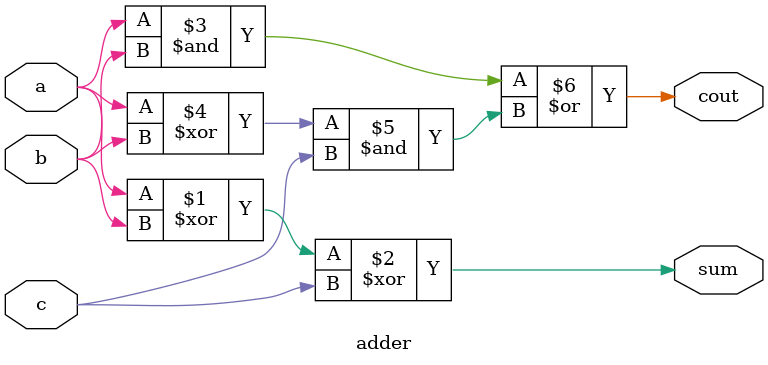
<source format=v>
module adder(a,b,c,sum,cout);
  input a,b,c;
  output sum,cout;
  assign sum=a^b^c;
  assign cout=(a&b)|(a^b)&c;
endmodule  

</source>
